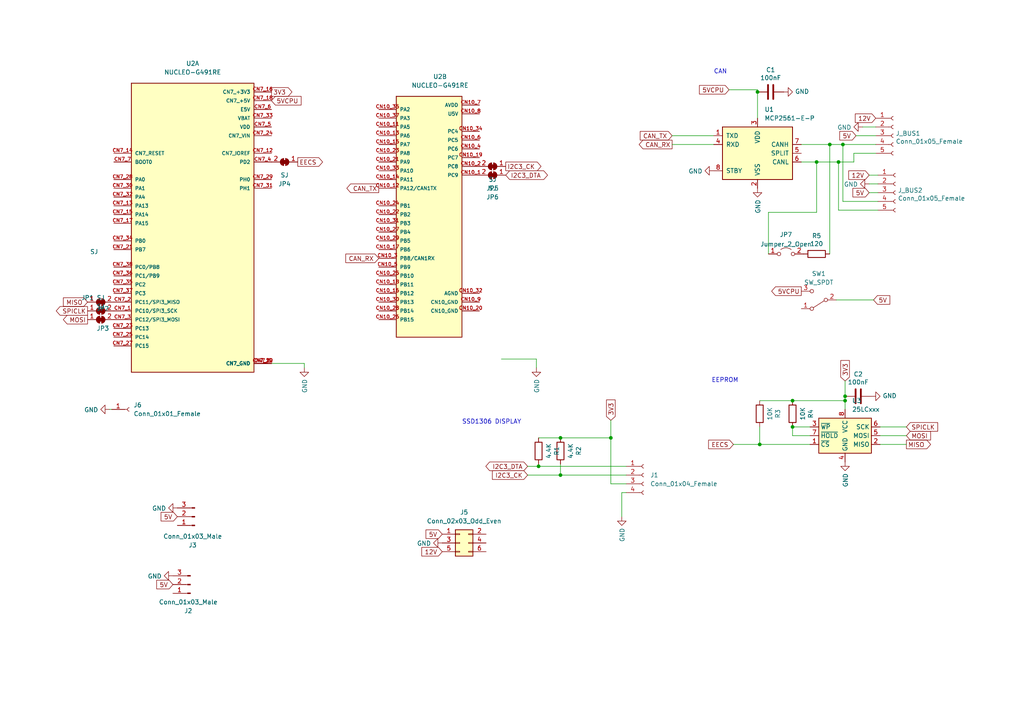
<source format=kicad_sch>
(kicad_sch (version 20211123) (generator eeschema)
  (paper "A4")
  (lib_symbols
    (symbol "Connector:Conn_01x01_Female" (pin_names (offset 1.016) hide)
      (property "Reference" "J" (at 0 2.54 0))
      (property "Value" "Conn_01x01_Female" (at 0 -2.54 0))
      (symbol "Conn_01x01_Female_1_1"
        (polyline (pts (xy -1.27 0) (xy -0.508 0)) (stroke (width 0.1524)))
        (arc (start 0 0.508) (mid -0.508 0) (end 0 -0.508) (stroke (width 0.1524)))
        (pin passive line (at -5.08 0 0) (length 3.81) (name "Pin_1") (number "1"))
      )
    )
    (symbol "Connector:Conn_01x03_Male" (pin_names (offset 1.016) hide)
      (property "Reference" "J" (at 0 5.08 0))
      (property "Value" "Conn_01x03_Male" (at 0 -5.08 0))
      (symbol "Conn_01x03_Male_1_1"
        (polyline (pts (xy 1.27 -2.54) (xy 0.8636 -2.54)) (stroke (width 0.1524)))
        (polyline (pts (xy 1.27 0) (xy 0.8636 0)) (stroke (width 0.1524)))
        (polyline (pts (xy 1.27 2.54) (xy 0.8636 2.54)) (stroke (width 0.1524)))
        (rectangle (start 0.8636 -2.413) (end 0 -2.667) (stroke (width 0.1524)) (fill (type outline)))
        (rectangle (start 0.8636 0.127) (end 0 -0.127) (stroke (width 0.1524)) (fill (type outline)))
        (rectangle (start 0.8636 2.667) (end 0 2.413) (stroke (width 0.1524)) (fill (type outline)))
        (pin passive line (at 5.08 2.54 180) (length 3.81) (name "Pin_1") (number "1"))
        (pin passive line (at 5.08 0 180) (length 3.81) (name "Pin_2") (number "2"))
        (pin passive line (at 5.08 -2.54 180) (length 3.81) (name "Pin_3") (number "3"))
      )
    )
    (symbol "Connector:Conn_01x04_Female" (pin_names (offset 1.016) hide)
      (property "Reference" "J" (at 0 5.08 0))
      (property "Value" "Conn_01x04_Female" (at 0 -7.62 0))
      (symbol "Conn_01x04_Female_1_1"
        (arc (start 0 -4.572) (mid -0.508 -5.08) (end 0 -5.588) (stroke (width 0.1524)))
        (arc (start 0 -2.032) (mid -0.508 -2.54) (end 0 -3.048) (stroke (width 0.1524)))
        (polyline (pts (xy -1.27 -5.08) (xy -0.508 -5.08)) (stroke (width 0.1524)))
        (polyline (pts (xy -1.27 -2.54) (xy -0.508 -2.54)) (stroke (width 0.1524)))
        (polyline (pts (xy -1.27 0) (xy -0.508 0)) (stroke (width 0.1524)))
        (polyline (pts (xy -1.27 2.54) (xy -0.508 2.54)) (stroke (width 0.1524)))
        (arc (start 0 0.508) (mid -0.508 0) (end 0 -0.508) (stroke (width 0.1524)))
        (arc (start 0 3.048) (mid -0.508 2.54) (end 0 2.032) (stroke (width 0.1524)))
        (pin passive line (at -5.08 2.54 0) (length 3.81) (name "Pin_1") (number "1"))
        (pin passive line (at -5.08 0 0) (length 3.81) (name "Pin_2") (number "2"))
        (pin passive line (at -5.08 -2.54 0) (length 3.81) (name "Pin_3") (number "3"))
        (pin passive line (at -5.08 -5.08 0) (length 3.81) (name "Pin_4") (number "4"))
      )
    )
    (symbol "Connector:Conn_01x05_Female" (pin_names (offset 1.016) hide)
      (property "Reference" "J" (at 0 7.62 0))
      (property "Value" "Conn_01x05_Female" (at 0 -7.62 0))
      (symbol "Conn_01x05_Female_1_1"
        (arc (start 0 -4.572) (mid -0.508 -5.08) (end 0 -5.588) (stroke (width 0.1524)))
        (arc (start 0 -2.032) (mid -0.508 -2.54) (end 0 -3.048) (stroke (width 0.1524)))
        (polyline (pts (xy -1.27 -5.08) (xy -0.508 -5.08)) (stroke (width 0.1524)))
        (polyline (pts (xy -1.27 -2.54) (xy -0.508 -2.54)) (stroke (width 0.1524)))
        (polyline (pts (xy -1.27 0) (xy -0.508 0)) (stroke (width 0.1524)))
        (polyline (pts (xy -1.27 2.54) (xy -0.508 2.54)) (stroke (width 0.1524)))
        (polyline (pts (xy -1.27 5.08) (xy -0.508 5.08)) (stroke (width 0.1524)))
        (arc (start 0 0.508) (mid -0.508 0) (end 0 -0.508) (stroke (width 0.1524)))
        (arc (start 0 3.048) (mid -0.508 2.54) (end 0 2.032) (stroke (width 0.1524)))
        (arc (start 0 5.588) (mid -0.508 5.08) (end 0 4.572) (stroke (width 0.1524)))
        (pin passive line (at -5.08 5.08 0) (length 3.81) (name "Pin_1") (number "1"))
        (pin passive line (at -5.08 2.54 0) (length 3.81) (name "Pin_2") (number "2"))
        (pin passive line (at -5.08 0 0) (length 3.81) (name "Pin_3") (number "3"))
        (pin passive line (at -5.08 -2.54 0) (length 3.81) (name "Pin_4") (number "4"))
        (pin passive line (at -5.08 -5.08 0) (length 3.81) (name "Pin_5") (number "5"))
      )
    )
    (symbol "Connector_Generic:Conn_02x03_Odd_Even" (pin_names (offset 1.016) hide)
      (property "Reference" "J" (at 1.27 5.08 0))
      (property "Value" "Conn_02x03_Odd_Even" (at 1.27 -5.08 0))
      (symbol "Conn_02x03_Odd_Even_1_1"
        (rectangle (start -1.27 -2.413) (end 0 -2.667) (stroke (width 0.1524)))
        (rectangle (start -1.27 0.127) (end 0 -0.127) (stroke (width 0.1524)))
        (rectangle (start -1.27 2.667) (end 0 2.413) (stroke (width 0.1524)))
        (rectangle (start -1.27 3.81) (end 3.81 -3.81) (stroke (width 0.254)) (fill (type background)))
        (rectangle (start 3.81 -2.413) (end 2.54 -2.667) (stroke (width 0.1524)))
        (rectangle (start 3.81 0.127) (end 2.54 -0.127) (stroke (width 0.1524)))
        (rectangle (start 3.81 2.667) (end 2.54 2.413) (stroke (width 0.1524)))
        (pin passive line (at -5.08 2.54 0) (length 3.81) (name "Pin_1") (number "1"))
        (pin passive line (at 7.62 2.54 180) (length 3.81) (name "Pin_2") (number "2"))
        (pin passive line (at -5.08 0 0) (length 3.81) (name "Pin_3") (number "3"))
        (pin passive line (at 7.62 0 180) (length 3.81) (name "Pin_4") (number "4"))
        (pin passive line (at -5.08 -2.54 0) (length 3.81) (name "Pin_5") (number "5"))
        (pin passive line (at 7.62 -2.54 180) (length 3.81) (name "Pin_6") (number "6"))
      )
    )
    (symbol "Device:C" (pin_numbers hide) (pin_names (offset 0.254))
      (property "Reference" "C" (at 0.635 2.54 0))
      (property "Value" "C" (at 0.635 -2.54 0))
      (symbol "C_0_1"
        (polyline (pts (xy -2.032 -0.762) (xy 2.032 -0.762)) (stroke (width 0.508)))
        (polyline (pts (xy -2.032 0.762) (xy 2.032 0.762)) (stroke (width 0.508)))
      )
      (symbol "C_1_1"
        (pin passive line (at 0 3.81 270) (length 2.794) (name "~") (number "1"))
        (pin passive line (at 0 -3.81 90) (length 2.794) (name "~") (number "2"))
      )
    )
    (symbol "Device:R" (pin_numbers hide) (pin_names (offset 0))
      (property "Reference" "R" (at 2.032 0 90))
      (property "Value" "R" (at 0 0 90))
      (symbol "R_0_1"
        (rectangle (start -1.016 -2.54) (end 1.016 2.54) (stroke (width 0.254)))
      )
      (symbol "R_1_1"
        (pin passive line (at 0 3.81 270) (length 1.27) (name "~") (number "1"))
        (pin passive line (at 0 -3.81 90) (length 1.27) (name "~") (number "2"))
      )
    )
    (symbol "Interface_CAN_LIN:MCP2561-E-P" (pin_names (offset 1.016))
      (property "Reference" "U" (at -10.16 8.89 0))
      (property "Value" "MCP2561-E-P" (at 2.54 8.89 0))
      (symbol "MCP2561-E-P_0_1"
        (rectangle (start -10.16 7.62) (end 10.16 -7.62) (stroke (width 0.254)) (fill (type background)))
      )
      (symbol "MCP2561-E-P_1_1"
        (pin input line (at -12.7 5.08 0) (length 2.54) (name "TXD") (number "1"))
        (pin power_in line (at 0 -10.16 90) (length 2.54) (name "VSS") (number "2"))
        (pin power_in line (at 0 10.16 270) (length 2.54) (name "VDD") (number "3"))
        (pin output line (at -12.7 2.54 0) (length 2.54) (name "RXD") (number "4"))
        (pin passive line (at 12.7 0 180) (length 2.54) (name "SPLIT") (number "5"))
        (pin bidirectional line (at 12.7 -2.54 180) (length 2.54) (name "CANL") (number "6"))
        (pin bidirectional line (at 12.7 2.54 180) (length 2.54) (name "CANH") (number "7"))
        (pin input line (at -12.7 -5.08 0) (length 2.54) (name "STBY") (number "8"))
      )
    )
    (symbol "Jumper:Jumper_2_Open" (pin_names (offset 0) hide)
      (property "Reference" "JP" (at 0 2.794 0))
      (property "Value" "Jumper_2_Open" (at 0 -2.286 0))
      (symbol "Jumper_2_Open_0_0"
        (circle (center -2.032 0) (radius 0.508))
        (circle (center 2.032 0) (radius 0.508))
      )
      (symbol "Jumper_2_Open_0_1"
        (arc (start 1.524 1.27) (mid 0 1.778) (end -1.524 1.27))
      )
      (symbol "Jumper_2_Open_1_1"
        (pin passive line (at -5.08 0 0) (length 2.54) (name "A") (number "1"))
        (pin passive line (at 5.08 0 180) (length 2.54) (name "B") (number "2"))
      )
    )
    (symbol "Jumper:SolderJumper_2_Bridged" (pin_names (offset 0) hide)
      (property "Reference" "JP" (at 0 2.032 0))
      (property "Value" "SolderJumper_2_Bridged" (at 0 -2.54 0))
      (symbol "SolderJumper_2_Bridged_0_1"
        (rectangle (start -0.508 0.508) (end 0.508 -0.508) (fill (type outline)))
        (arc (start -0.254 1.016) (mid -1.27 0) (end -0.254 -1.016))
        (arc (start -0.254 1.016) (mid -1.27 0) (end -0.254 -1.016) (fill (type outline)))
        (polyline (pts (xy -0.254 1.016) (xy -0.254 -1.016)))
        (polyline (pts (xy 0.254 1.016) (xy 0.254 -1.016)))
        (arc (start 0.254 -1.016) (mid 1.27 0) (end 0.254 1.016))
        (arc (start 0.254 -1.016) (mid 1.27 0) (end 0.254 1.016) (fill (type outline)))
      )
      (symbol "SolderJumper_2_Bridged_1_1"
        (pin passive line (at -3.81 0 0) (length 2.54) (name "A") (number "1"))
        (pin passive line (at 3.81 0 180) (length 2.54) (name "B") (number "2"))
      )
    )
    (symbol "Memory_EEPROM:25LCxxx"
      (property "Reference" "U" (at -7.62 6.35 0))
      (property "Value" "25LCxxx" (at 2.54 -6.35 0))
      (symbol "25LCxxx_1_1"
        (rectangle (start -7.62 5.08) (end 7.62 -5.08) (stroke (width 0.254)) (fill (type background)))
        (pin input line (at -10.16 -2.54 0) (length 2.54) (name "~{CS}") (number "1"))
        (pin tri_state line (at 10.16 -2.54 180) (length 2.54) (name "MISO") (number "2"))
        (pin input line (at -10.16 2.54 0) (length 2.54) (name "~{WP}") (number "3"))
        (pin power_in line (at 0 -7.62 90) (length 2.54) (name "GND") (number "4"))
        (pin input line (at 10.16 0 180) (length 2.54) (name "MOSI") (number "5"))
        (pin input line (at 10.16 2.54 180) (length 2.54) (name "SCK") (number "6"))
        (pin input line (at -10.16 0 0) (length 2.54) (name "~{HOLD}") (number "7"))
        (pin power_in line (at 0 7.62 270) (length 2.54) (name "VCC") (number "8"))
      )
    )
    (symbol "NUCLEO-G491RE_1" (pin_names (offset 1.016))
      (property "Reference" "U" (at -17.78 41.91 0))
      (property "Value" "NUCLEO-G491RE_1" (at -17.78 -44.45 0))
      (symbol "NUCLEO-G491RE_1_1_0"
        (rectangle (start -17.78 -43.18) (end 17.78 40.64) (stroke (width 0.254)) (fill (type background)))
        (pin bidirectional line (at -22.86 -25.4 0) (length 5.08) (name "PC10/SPI3_SCK") (number "CN7_1"))
        (pin bidirectional line (at 22.86 20.32 180) (length 5.08) (name "CN7_IOREF") (number "CN7_12"))
        (pin bidirectional line (at -22.86 5.08 0) (length 5.08) (name "PA13") (number "CN7_13"))
        (pin bidirectional line (at -22.86 20.32 0) (length 5.08) (name "CN7_RESET") (number "CN7_14"))
        (pin bidirectional line (at -22.86 2.54 0) (length 5.08) (name "PA14") (number "CN7_15"))
        (pin power_in line (at 22.86 38.1 180) (length 5.08) (name "CN7_+3V3") (number "CN7_16"))
        (pin bidirectional line (at -22.86 0 0) (length 5.08) (name "PA15") (number "CN7_17"))
        (pin power_in line (at 22.86 35.56 180) (length 5.08) (name "CN7_+5V") (number "CN7_18"))
        (pin power_in line (at 22.86 -40.64 180) (length 5.08) (name "CN7_GND") (number "CN7_19"))
        (pin bidirectional line (at -22.86 -22.86 0) (length 5.08) (name "PC11/SPI3_MISO") (number "CN7_2"))
        (pin power_in line (at 22.86 -40.64 180) (length 5.08) (name "CN7_GND") (number "CN7_20"))
        (pin bidirectional line (at -22.86 -7.62 0) (length 5.08) (name "PB7") (number "CN7_21"))
        (pin power_in line (at 22.86 -40.64 180) (length 5.08) (name "CN7_GND") (number "CN7_22"))
        (pin bidirectional line (at -22.86 -30.48 0) (length 5.08) (name "PC13") (number "CN7_23"))
        (pin power_in line (at 22.86 25.4 180) (length 5.08) (name "CN7_VIN") (number "CN7_24"))
        (pin bidirectional line (at -22.86 -33.02 0) (length 5.08) (name "PC14") (number "CN7_25"))
        (pin bidirectional line (at -22.86 -35.56 0) (length 5.08) (name "PC15") (number "CN7_27"))
        (pin bidirectional line (at -22.86 12.7 0) (length 5.08) (name "PA0") (number "CN7_28"))
        (pin bidirectional line (at 22.86 12.7 180) (length 5.08) (name "PH0") (number "CN7_29"))
        (pin bidirectional line (at -22.86 -27.94 0) (length 5.08) (name "PC12/SPI3_MOSI") (number "CN7_3"))
        (pin bidirectional line (at -22.86 10.16 0) (length 5.08) (name "PA1") (number "CN7_30"))
        (pin bidirectional line (at 22.86 10.16 180) (length 5.08) (name "PH1") (number "CN7_31"))
        (pin bidirectional line (at -22.86 7.62 0) (length 5.08) (name "PA4") (number "CN7_32"))
        (pin power_in line (at 22.86 30.48 180) (length 5.08) (name "VBAT") (number "CN7_33"))
        (pin bidirectional line (at -22.86 -5.08 0) (length 5.08) (name "PB0") (number "CN7_34"))
        (pin bidirectional line (at -22.86 -17.78 0) (length 5.08) (name "PC2") (number "CN7_35"))
        (pin bidirectional line (at -22.86 -15.24 0) (length 5.08) (name "PC1/PB9") (number "CN7_36"))
        (pin bidirectional line (at -22.86 -20.32 0) (length 5.08) (name "PC3") (number "CN7_37"))
        (pin bidirectional line (at -22.86 -12.7 0) (length 5.08) (name "PC0/PB8") (number "CN7_38"))
        (pin bidirectional line (at 22.86 17.78 180) (length 5.08) (name "PD2") (number "CN7_4"))
        (pin power_in line (at 22.86 27.94 180) (length 5.08) (name "VDD") (number "CN7_5"))
        (pin power_in line (at 22.86 33.02 180) (length 5.08) (name "E5V") (number "CN7_6"))
        (pin bidirectional line (at -22.86 17.78 0) (length 5.08) (name "BOOT0") (number "CN7_7"))
        (pin power_in line (at 22.86 -40.64 180) (length 5.08) (name "CN7_GND") (number "CN7_8"))
      )
      (symbol "NUCLEO-G491RE_1_2_0"
        (rectangle (start -12.7 -40.64) (end 12.7 38.1) (stroke (width 0.254)) (fill (type background)))
        (pin bidirectional line (at 17.78 15.24 180) (length 5.08) (name "PC9") (number "CN10_1"))
        (pin bidirectional line (at -17.78 22.86 0) (length 5.08) (name "PA5") (number "CN10_11"))
        (pin bidirectional line (at -17.78 5.08 0) (length 5.08) (name "PA12/CAN1TX") (number "CN10_12"))
        (pin bidirectional line (at -17.78 20.32 0) (length 5.08) (name "PA6") (number "CN10_13"))
        (pin bidirectional line (at -17.78 7.62 0) (length 5.08) (name "PA11") (number "CN10_14"))
        (pin bidirectional line (at -17.78 17.78 0) (length 5.08) (name "PA7") (number "CN10_15"))
        (pin bidirectional line (at -17.78 -22.86 0) (length 5.08) (name "PB12") (number "CN10_16"))
        (pin bidirectional line (at -17.78 -12.7 0) (length 5.08) (name "PB6") (number "CN10_17"))
        (pin bidirectional line (at 17.78 20.32 180) (length 5.08) (name "PC7") (number "CN10_19"))
        (pin bidirectional line (at 17.78 17.78 180) (length 5.08) (name "PC8") (number "CN10_2"))
        (pin power_in line (at 17.78 -38.1 180) (length 5.08) (name "CN10_GND") (number "CN10_20"))
        (pin bidirectional line (at -17.78 12.7 0) (length 5.08) (name "PA9") (number "CN10_21"))
        (pin bidirectional line (at -17.78 -2.54 0) (length 5.08) (name "PB2") (number "CN10_22"))
        (pin bidirectional line (at -17.78 15.24 0) (length 5.08) (name "PA8") (number "CN10_23"))
        (pin bidirectional line (at -17.78 0 0) (length 5.08) (name "PB1") (number "CN10_24"))
        (pin bidirectional line (at -17.78 -20.32 0) (length 5.08) (name "PB10") (number "CN10_25"))
        (pin bidirectional line (at -17.78 -30.48 0) (length 5.08) (name "PB15") (number "CN10_26"))
        (pin bidirectional line (at -17.78 -7.62 0) (length 5.08) (name "PB4") (number "CN10_27"))
        (pin bidirectional line (at -17.78 -27.94 0) (length 5.08) (name "PB14") (number "CN10_28"))
        (pin bidirectional line (at -17.78 -10.16 0) (length 5.08) (name "PB5") (number "CN10_29"))
        (pin bidirectional line (at -17.78 -15.24 0) (length 5.08) (name "PB8/CAN1RX") (number "CN10_3"))
        (pin bidirectional line (at -17.78 -25.4 0) (length 5.08) (name "PB13") (number "CN10_30"))
        (pin bidirectional line (at -17.78 -5.08 0) (length 5.08) (name "PB3") (number "CN10_31"))
        (pin power_in line (at 17.78 -35.56 180) (length 5.08) (name "AGND") (number "CN10_32"))
        (pin bidirectional line (at -17.78 10.16 0) (length 5.08) (name "PA10") (number "CN10_33"))
        (pin bidirectional line (at 17.78 27.94 180) (length 5.08) (name "PC4") (number "CN10_34"))
        (pin bidirectional line (at -17.78 27.94 0) (length 5.08) (name "PA2") (number "CN10_35"))
        (pin bidirectional line (at -17.78 25.4 0) (length 5.08) (name "PA3") (number "CN10_37"))
        (pin bidirectional line (at 17.78 22.86 180) (length 5.08) (name "PC6") (number "CN10_4"))
        (pin bidirectional line (at -17.78 -17.78 0) (length 5.08) (name "PB9") (number "CN10_5"))
        (pin bidirectional line (at 17.78 25.4 180) (length 5.08) (name "PC5") (number "CN10_6"))
        (pin power_in line (at 17.78 35.56 180) (length 5.08) (name "AVDD") (number "CN10_7"))
        (pin power_in line (at 17.78 33.02 180) (length 5.08) (name "U5V") (number "CN10_8"))
        (pin power_in line (at 17.78 -38.1 180) (length 5.08) (name "CN10_GND") (number "CN10_9"))
      )
      (symbol "NUCLEO-G491RE_1_3_0"
        (rectangle (start -15.24 -12.7) (end 15.24 10.16) (stroke (width 0.254)) (fill (type background)))
        (pin bidirectional line (at -20.32 -5.08 0) (length 5.08) (name "CN6_IOREF") (number "CN6_2"))
        (pin bidirectional line (at -20.32 -2.54 0) (length 5.08) (name "CN6_RESET") (number "CN6_3"))
        (pin power_in line (at 20.32 2.54 180) (length 5.08) (name "CN6_+3V3") (number "CN6_4"))
        (pin power_in line (at 20.32 5.08 180) (length 5.08) (name "CN6_+5V") (number "CN6_5"))
        (pin power_in line (at 20.32 -10.16 180) (length 5.08) (name "CN6_GND") (number "CN6_6"))
        (pin power_in line (at 20.32 -10.16 180) (length 5.08) (name "CN6_GND") (number "CN6_7"))
        (pin power_in line (at 20.32 7.62 180) (length 5.08) (name "CN6_VIN") (number "CN6_8"))
      )
      (symbol "NUCLEO-G491RE_1_4_0"
        (rectangle (start -5.08 -12.7) (end 5.08 12.7) (stroke (width 0.254)) (fill (type background)))
        (pin input line (at -10.16 10.16 0) (length 5.08) (name "D0") (number "CN9_1"))
        (pin output line (at -10.16 7.62 0) (length 5.08) (name "D1") (number "CN9_2"))
        (pin bidirectional line (at -10.16 2.54 0) (length 5.08) (name "D2") (number "CN9_3"))
        (pin bidirectional line (at -10.16 0 0) (length 5.08) (name "D3") (number "CN9_4"))
        (pin bidirectional line (at -10.16 -2.54 0) (length 5.08) (name "D4") (number "CN9_5"))
        (pin bidirectional line (at -10.16 -5.08 0) (length 5.08) (name "D5") (number "CN9_6"))
        (pin bidirectional line (at -10.16 -7.62 0) (length 5.08) (name "D6") (number "CN9_7"))
        (pin bidirectional line (at -10.16 -10.16 0) (length 5.08) (name "D7") (number "CN9_8"))
      )
      (symbol "NUCLEO-G491RE_1_5_0"
        (rectangle (start -5.08 -10.16) (end 5.08 7.62) (stroke (width 0.254)) (fill (type background)))
        (pin input line (at -10.16 5.08 0) (length 5.08) (name "A0") (number "CN8_1"))
        (pin input line (at -10.16 2.54 0) (length 5.08) (name "A1") (number "CN8_2"))
        (pin input line (at -10.16 0 0) (length 5.08) (name "A2") (number "CN8_3"))
        (pin input line (at -10.16 -2.54 0) (length 5.08) (name "A3") (number "CN8_4"))
        (pin input line (at -10.16 -5.08 0) (length 5.08) (name "A4") (number "CN8_5"))
        (pin input line (at -10.16 -7.62 0) (length 5.08) (name "A5") (number "CN8_6"))
      )
      (symbol "NUCLEO-G491RE_1_6_0"
        (rectangle (start -10.16 -17.78) (end 10.16 15.24) (stroke (width 0.254)) (fill (type background)))
        (pin bidirectional line (at -15.24 7.62 0) (length 5.08) (name "D8") (number "CN5_1"))
        (pin bidirectional clock (at -15.24 -10.16 0) (length 5.08) (name "D15") (number "CN5_10"))
        (pin bidirectional line (at -15.24 5.08 0) (length 5.08) (name "D9") (number "CN5_2"))
        (pin bidirectional line (at -15.24 2.54 0) (length 5.08) (name "D10") (number "CN5_3"))
        (pin bidirectional line (at -15.24 0 0) (length 5.08) (name "D11") (number "CN5_4"))
        (pin bidirectional line (at -15.24 -2.54 0) (length 5.08) (name "D12") (number "CN5_5"))
        (pin bidirectional clock (at -15.24 -5.08 0) (length 5.08) (name "D13") (number "CN5_6"))
        (pin power_in line (at 15.24 -15.24 180) (length 5.08) (name "CN5_GND") (number "CN5_7"))
        (pin power_in line (at 15.24 12.7 180) (length 5.08) (name "AREF") (number "CN5_8"))
        (pin bidirectional line (at -15.24 -7.62 0) (length 5.08) (name "D14") (number "CN5_9"))
      )
    )
    (symbol "Switch:SW_SPDT" (pin_names (offset 0) hide)
      (property "Reference" "SW" (at 0 4.318 0))
      (property "Value" "SW_SPDT" (at 0 -5.08 0))
      (symbol "SW_SPDT_0_0"
        (circle (center -2.032 0) (radius 0.508))
        (circle (center 2.032 -2.54) (radius 0.508))
      )
      (symbol "SW_SPDT_0_1"
        (polyline (pts (xy -1.524 0.254) (xy 1.651 2.286)))
        (circle (center 2.032 2.54) (radius 0.508))
      )
      (symbol "SW_SPDT_1_1"
        (pin passive line (at 5.08 2.54 180) (length 2.54) (name "A") (number "1"))
        (pin passive line (at -5.08 0 0) (length 2.54) (name "B") (number "2"))
        (pin passive line (at 5.08 -2.54 180) (length 2.54) (name "C") (number "3"))
      )
    )
    (symbol "nucleo64:NUCLEO-G491RE" (pin_names (offset 1.016))
      (property "Reference" "U" (at -5.08 40.64 0))
      (property "Value" "NUCLEO-G491RE" (at -5.08 -26.67 90))
      (symbol "NUCLEO-G491RE_1_0"
        (rectangle (start -17.78 40.64) (end 8.89 -26.67) (stroke (width 0.254)) (fill (type background)))
        (pin bidirectional line (at -22.86 -10.16 0) (length 5.08) (name "PC10/SPI3_SCK") (number "CN7_1"))
        (pin bidirectional line (at 13.97 19.05 180) (length 5.08) (name "CN7_IOREF") (number "CN7_12"))
        (pin bidirectional line (at -22.86 20.32 0) (length 5.08) (name "PA13") (number "CN7_13"))
        (pin bidirectional line (at -22.86 35.56 0) (length 5.08) (name "CN7_RESET") (number "CN7_14"))
        (pin bidirectional line (at -22.86 17.78 0) (length 5.08) (name "PA14") (number "CN7_15"))
        (pin power_in line (at 13.97 36.83 180) (length 5.08) (name "CN7_+3V3") (number "CN7_16"))
        (pin bidirectional line (at -22.86 15.24 0) (length 5.08) (name "PA15") (number "CN7_17"))
        (pin power_in line (at 13.97 34.29 180) (length 5.08) (name "CN7_+5V") (number "CN7_18"))
        (pin power_in line (at 13.97 -11.43 180) (length 5.08) (name "CN7_GND") (number "CN7_19"))
        (pin bidirectional line (at -22.86 -7.62 0) (length 5.08) (name "PC11/SPI3_MISO") (number "CN7_2"))
        (pin power_in line (at 13.97 -13.97 180) (length 5.08) (name "CN7_GND") (number "CN7_20"))
        (pin bidirectional line (at -22.86 7.62 0) (length 5.08) (name "PB7") (number "CN7_21"))
        (pin power_in line (at 13.97 -16.51 180) (length 5.08) (name "CN7_GND") (number "CN7_22"))
        (pin bidirectional line (at -22.86 -15.24 0) (length 5.08) (name "PC13") (number "CN7_23"))
        (pin power_in line (at 13.97 24.13 180) (length 5.08) (name "CN7_VIN") (number "CN7_24"))
        (pin bidirectional line (at -22.86 -17.78 0) (length 5.08) (name "PC14") (number "CN7_25"))
        (pin bidirectional line (at -22.86 -20.32 0) (length 5.08) (name "PC15") (number "CN7_27"))
        (pin bidirectional line (at -22.86 27.94 0) (length 5.08) (name "PA0") (number "CN7_28"))
        (pin bidirectional line (at 13.97 11.43 180) (length 5.08) (name "PH0") (number "CN7_29"))
        (pin bidirectional line (at -22.86 -12.7 0) (length 5.08) (name "PC12/SPI3_MOSI") (number "CN7_3"))
        (pin bidirectional line (at -22.86 25.4 0) (length 5.08) (name "PA1") (number "CN7_30"))
        (pin bidirectional line (at 13.97 8.89 180) (length 5.08) (name "PH1") (number "CN7_31"))
        (pin bidirectional line (at -22.86 22.86 0) (length 5.08) (name "PA4") (number "CN7_32"))
        (pin power_in line (at 13.97 29.21 180) (length 5.08) (name "VBAT") (number "CN7_33"))
        (pin bidirectional line (at -22.86 10.16 0) (length 5.08) (name "PB0") (number "CN7_34"))
        (pin bidirectional line (at -22.86 -2.54 0) (length 5.08) (name "PC2") (number "CN7_35"))
        (pin bidirectional line (at -22.86 0 0) (length 5.08) (name "PC1/PB9") (number "CN7_36"))
        (pin bidirectional line (at -22.86 -5.08 0) (length 5.08) (name "PC3") (number "CN7_37"))
        (pin bidirectional line (at -22.86 2.54 0) (length 5.08) (name "PC0/PB8") (number "CN7_38"))
        (pin bidirectional line (at 13.97 16.51 180) (length 5.08) (name "PD2") (number "CN7_4"))
        (pin power_in line (at 13.97 26.67 180) (length 5.08) (name "VDD") (number "CN7_5"))
        (pin power_in line (at 13.97 31.75 180) (length 5.08) (name "E5V") (number "CN7_6"))
        (pin bidirectional line (at -22.86 33.02 0) (length 5.08) (name "BOOT0") (number "CN7_7"))
        (pin power_in line (at 13.97 -19.05 180) (length 5.08) (name "CN7_GND") (number "CN7_8"))
      )
      (symbol "NUCLEO-G491RE_2_0"
        (rectangle (start -12.7 38.1) (end 6.35 -31.75) (stroke (width 0.254)) (fill (type background)))
        (pin bidirectional line (at 11.43 15.24 180) (length 5.08) (name "PC9") (number "CN10_1"))
        (pin bidirectional line (at -17.78 29.21 0) (length 5.08) (name "PA5") (number "CN10_11"))
        (pin bidirectional line (at -17.78 11.43 0) (length 5.08) (name "PA12/CAN1TX") (number "CN10_12"))
        (pin bidirectional line (at -17.78 26.67 0) (length 5.08) (name "PA6") (number "CN10_13"))
        (pin bidirectional line (at -17.78 13.97 0) (length 5.08) (name "PA11") (number "CN10_14"))
        (pin bidirectional line (at -17.78 24.13 0) (length 5.08) (name "PA7") (number "CN10_15"))
        (pin bidirectional line (at -17.78 -19.05 0) (length 5.08) (name "PB12") (number "CN10_16"))
        (pin bidirectional line (at -17.78 -6.35 0) (length 5.08) (name "PB6") (number "CN10_17"))
        (pin bidirectional line (at -17.78 -16.51 0) (length 5.08) (name "PB11") (number "CN10_18"))
        (pin bidirectional line (at 11.43 20.32 180) (length 5.08) (name "PC7") (number "CN10_19"))
        (pin bidirectional line (at 11.43 17.78 180) (length 5.08) (name "PC8") (number "CN10_2"))
        (pin power_in line (at 11.43 -24.13 180) (length 5.08) (name "CN10_GND") (number "CN10_20"))
        (pin bidirectional line (at -17.78 19.05 0) (length 5.08) (name "PA9") (number "CN10_21"))
        (pin bidirectional line (at -17.78 3.81 0) (length 5.08) (name "PB2") (number "CN10_22"))
        (pin bidirectional line (at -17.78 21.59 0) (length 5.08) (name "PA8") (number "CN10_23"))
        (pin bidirectional line (at -17.78 6.35 0) (length 5.08) (name "PB1") (number "CN10_24"))
        (pin bidirectional line (at -17.78 -13.97 0) (length 5.08) (name "PB10") (number "CN10_25"))
        (pin bidirectional line (at -17.78 -26.67 0) (length 5.08) (name "PB15") (number "CN10_26"))
        (pin bidirectional line (at -17.78 -1.27 0) (length 5.08) (name "PB4") (number "CN10_27"))
        (pin bidirectional line (at -17.78 -24.13 0) (length 5.08) (name "PB14") (number "CN10_28"))
        (pin bidirectional line (at -17.78 -3.81 0) (length 5.08) (name "PB5") (number "CN10_29"))
        (pin bidirectional line (at -17.78 -8.89 0) (length 5.08) (name "PB8/CAN1RX") (number "CN10_3"))
        (pin bidirectional line (at -17.78 -21.59 0) (length 5.08) (name "PB13") (number "CN10_30"))
        (pin bidirectional line (at -17.78 1.27 0) (length 5.08) (name "PB3") (number "CN10_31"))
        (pin power_in line (at 11.43 -19.05 180) (length 5.08) (name "AGND") (number "CN10_32"))
        (pin bidirectional line (at -17.78 16.51 0) (length 5.08) (name "PA10") (number "CN10_33"))
        (pin bidirectional line (at 11.43 27.94 180) (length 5.08) (name "PC4") (number "CN10_34"))
        (pin bidirectional line (at -17.78 34.29 0) (length 5.08) (name "PA2") (number "CN10_35"))
        (pin bidirectional line (at -17.78 31.75 0) (length 5.08) (name "PA3") (number "CN10_37"))
        (pin bidirectional line (at 11.43 22.86 180) (length 5.08) (name "PC6") (number "CN10_4"))
        (pin bidirectional line (at -17.78 -11.43 0) (length 5.08) (name "PB9") (number "CN10_5"))
        (pin bidirectional line (at 11.43 25.4 180) (length 5.08) (name "PC5") (number "CN10_6"))
        (pin power_in line (at 11.43 35.56 180) (length 5.08) (name "AVDD") (number "CN10_7"))
        (pin power_in line (at 11.43 33.02 180) (length 5.08) (name "U5V") (number "CN10_8"))
        (pin power_in line (at 11.43 -21.59 180) (length 5.08) (name "CN10_GND") (number "CN10_9"))
      )
      (symbol "NUCLEO-G491RE_3_0"
        (rectangle (start -15.24 -12.7) (end 15.24 10.16) (stroke (width 0.254)) (fill (type background)))
        (pin bidirectional line (at -20.32 -5.08 0) (length 5.08) (name "CN6_IOREF") (number "CN6_2"))
        (pin bidirectional line (at -20.32 -2.54 0) (length 5.08) (name "CN6_RESET") (number "CN6_3"))
        (pin power_in line (at 20.32 2.54 180) (length 5.08) (name "CN6_+3V3") (number "CN6_4"))
        (pin power_in line (at 20.32 5.08 180) (length 5.08) (name "CN6_+5V") (number "CN6_5"))
        (pin power_in line (at 20.32 -10.16 180) (length 5.08) (name "CN6_GND") (number "CN6_6"))
        (pin power_in line (at 20.32 -10.16 180) (length 5.08) (name "CN6_GND") (number "CN6_7"))
        (pin power_in line (at 20.32 7.62 180) (length 5.08) (name "CN6_VIN") (number "CN6_8"))
      )
      (symbol "NUCLEO-G491RE_4_0"
        (rectangle (start -5.08 -12.7) (end 5.08 12.7) (stroke (width 0.254)) (fill (type background)))
        (pin input line (at -10.16 10.16 0) (length 5.08) (name "D0") (number "CN9_1"))
        (pin output line (at -10.16 7.62 0) (length 5.08) (name "D1") (number "CN9_2"))
        (pin bidirectional line (at -10.16 2.54 0) (length 5.08) (name "D2") (number "CN9_3"))
        (pin bidirectional line (at -10.16 0 0) (length 5.08) (name "D3") (number "CN9_4"))
        (pin bidirectional line (at -10.16 -2.54 0) (length 5.08) (name "D4") (number "CN9_5"))
        (pin bidirectional line (at -10.16 -5.08 0) (length 5.08) (name "D5") (number "CN9_6"))
        (pin bidirectional line (at -10.16 -7.62 0) (length 5.08) (name "D6") (number "CN9_7"))
        (pin bidirectional line (at -10.16 -10.16 0) (length 5.08) (name "D7") (number "CN9_8"))
      )
      (symbol "NUCLEO-G491RE_5_0"
        (rectangle (start -5.08 -10.16) (end 5.08 7.62) (stroke (width 0.254)) (fill (type background)))
        (pin input line (at -10.16 5.08 0) (length 5.08) (name "A0") (number "CN8_1"))
        (pin input line (at -10.16 2.54 0) (length 5.08) (name "A1") (number "CN8_2"))
        (pin input line (at -10.16 0 0) (length 5.08) (name "A2") (number "CN8_3"))
        (pin input line (at -10.16 -2.54 0) (length 5.08) (name "A3") (number "CN8_4"))
        (pin input line (at -10.16 -5.08 0) (length 5.08) (name "A4") (number "CN8_5"))
        (pin input line (at -10.16 -7.62 0) (length 5.08) (name "A5") (number "CN8_6"))
      )
      (symbol "NUCLEO-G491RE_6_0"
        (rectangle (start -10.16 -17.78) (end 10.16 15.24) (stroke (width 0.254)) (fill (type background)))
        (pin bidirectional line (at -15.24 7.62 0) (length 5.08) (name "D8") (number "CN5_1"))
        (pin bidirectional clock (at -15.24 -10.16 0) (length 5.08) (name "D15") (number "CN5_10"))
        (pin bidirectional line (at -15.24 5.08 0) (length 5.08) (name "D9") (number "CN5_2"))
        (pin bidirectional line (at -15.24 2.54 0) (length 5.08) (name "D10") (number "CN5_3"))
        (pin bidirectional line (at -15.24 0 0) (length 5.08) (name "D11") (number "CN5_4"))
        (pin bidirectional line (at -15.24 -2.54 0) (length 5.08) (name "D12") (number "CN5_5"))
        (pin bidirectional clock (at -15.24 -5.08 0) (length 5.08) (name "D13") (number "CN5_6"))
        (pin power_in line (at 15.24 -15.24 180) (length 5.08) (name "CN5_GND") (number "CN5_7"))
        (pin power_in line (at 15.24 12.7 180) (length 5.08) (name "AREF") (number "CN5_8"))
        (pin bidirectional line (at -15.24 -7.62 0) (length 5.08) (name "D14") (number "CN5_9"))
      )
    )
    (symbol "power:GND" (power) (pin_names (offset 0))
      (property "Value" "GND" (at 0 -3.81 0))
      (symbol "GND_0_1"
        (polyline (pts (xy 0 0) (xy 0 -1.27) (xy 1.27 -1.27) (xy 0 -2.54) (xy -1.27 -1.27) (xy 0 -1.27)))
      )
      (symbol "GND_1_1"
        (pin power_in line (at 0 0 270) (length 0) hide (name "GND") (number "1"))
      )
    )
  )
  (junction (at 219.71 26.67))
  (junction (at 240.665 41.91))
  (junction (at 177.165 127))
  (junction (at 229.87 123.825))
  (junction (at 162.56 127))
  (junction (at 162.56 137.795))
  (junction (at 229.87 116.205))
  (junction (at 156.21 135.255))
  (junction (at 244.475 41.91))
  (junction (at 243.205 46.99))
  (junction (at 245.11 114.935))
  (junction (at 245.11 116.205))
  (junction (at 220.345 128.905))
  (junction (at 236.855 46.99))
  (wire (pts (xy 245.11 110.49) (xy 245.11 114.935)))
  (wire (pts (xy 220.345 123.825) (xy 220.345 128.905)))
  (wire (pts (xy 247.65 44.45) (xy 247.65 46.99)))
  (wire (pts (xy 181.61 142.875) (xy 180.34 142.875)))
  (wire (pts (xy 222.885 61.595) (xy 236.855 61.595)))
  (wire (pts (xy 212.725 128.905) (xy 220.345 128.905)))
  (wire (pts (xy 181.61 140.335) (xy 177.165 140.335)))
  (wire (pts (xy 177.165 121.92) (xy 177.165 127)))
  (wire (pts (xy 153.035 135.255) (xy 156.21 135.255)))
  (wire (pts (xy 243.205 60.96) (xy 254.635 60.96)))
  (wire (pts (xy 88.265 105.41) (xy 88.265 106.68)))
  (wire (pts (xy 162.56 137.795) (xy 181.61 137.795)))
  (wire (pts (xy 156.21 134.62) (xy 156.21 135.255)))
  (wire (pts (xy 243.205 46.99) (xy 243.205 60.96)))
  (wire (pts (xy 240.665 41.91) (xy 244.475 41.91)))
  (wire (pts (xy 247.65 44.45) (xy 254 44.45)))
  (wire (pts (xy 245.11 116.205) (xy 245.11 118.745)))
  (wire (pts (xy 244.475 41.91) (xy 254 41.91)))
  (wire (pts (xy 153.035 137.795) (xy 162.56 137.795)))
  (wire (pts (xy 236.855 46.99) (xy 243.205 46.99)))
  (wire (pts (xy 194.945 41.91) (xy 207.01 41.91)))
  (wire (pts (xy 252.095 50.8) (xy 254.635 50.8)))
  (wire (pts (xy 229.87 123.825) (xy 229.87 126.365)))
  (wire (pts (xy 219.71 26.67) (xy 219.71 34.29)))
  (wire (pts (xy 240.665 41.91) (xy 240.665 73.66)))
  (wire (pts (xy 255.27 128.905) (xy 262.89 128.905)))
  (wire (pts (xy 252.095 55.88) (xy 254.635 55.88)))
  (wire (pts (xy 245.11 114.935) (xy 245.11 116.205)))
  (wire (pts (xy 250.19 36.83) (xy 254 36.83)))
  (wire (pts (xy 180.34 142.875) (xy 180.34 149.86)))
  (wire (pts (xy 78.74 105.41) (xy 88.265 105.41)))
  (wire (pts (xy 162.56 134.62) (xy 162.56 137.795)))
  (wire (pts (xy 220.345 128.905) (xy 234.95 128.905)))
  (wire (pts (xy 255.27 126.365) (xy 262.89 126.365)))
  (wire (pts (xy 145.415 104.14) (xy 155.575 104.14)))
  (wire (pts (xy 244.475 58.42) (xy 254.635 58.42)))
  (wire (pts (xy 244.475 41.91) (xy 244.475 58.42)))
  (wire (pts (xy 222.885 61.595) (xy 222.885 73.66)))
  (wire (pts (xy 243.205 46.99) (xy 247.65 46.99)))
  (wire (pts (xy 248.285 39.37) (xy 254 39.37)))
  (wire (pts (xy 31.75 118.745) (xy 32.385 118.745)))
  (wire (pts (xy 232.41 46.99) (xy 236.855 46.99)))
  (wire (pts (xy 220.345 116.205) (xy 229.87 116.205)))
  (wire (pts (xy 162.56 127) (xy 177.165 127)))
  (wire (pts (xy 255.27 123.825) (xy 262.89 123.825)))
  (wire (pts (xy 219.71 26.035) (xy 219.71 26.67)))
  (wire (pts (xy 177.165 127) (xy 177.165 140.335)))
  (wire (pts (xy 252.095 53.34) (xy 254.635 53.34)))
  (wire (pts (xy 232.41 41.91) (xy 240.665 41.91)))
  (wire (pts (xy 155.575 104.14) (xy 155.575 106.68)))
  (wire (pts (xy 229.87 123.825) (xy 234.95 123.825)))
  (wire (pts (xy 242.57 86.995) (xy 253.365 86.995)))
  (wire (pts (xy 156.21 135.255) (xy 181.61 135.255)))
  (wire (pts (xy 229.87 116.205) (xy 245.11 116.205)))
  (wire (pts (xy 211.455 26.035) (xy 219.71 26.035)))
  (wire (pts (xy 236.855 61.595) (xy 236.855 46.99)))
  (wire (pts (xy 156.21 127) (xy 162.56 127)))
  (wire (pts (xy 229.87 126.365) (xy 234.95 126.365)))
  (wire (pts (xy 194.945 39.37) (xy 207.01 39.37)))
  (text "EEPROM" (at 206.375 111.125 0) (effects (font (size 1.27 1.27)) (justify left bottom)))
  (text "CAN\n" (at 207.01 21.59 0) (effects (font (size 1.27 1.27)) (justify left bottom)))
  (text "SSD1306 DISPLAY\n" (at 133.985 123.19 0) (effects (font (size 1.27 1.27)) (justify left bottom)))
  (global_label "MOSI" (shape input) (at 262.89 126.365 0) (property "Intersheet References" "${INTERSHEET_REFS}" (effects hide)))
  (global_label "MOSI" (shape output) (at 25.4 92.71 180) (property "Intersheet References" "${INTERSHEET_REFS}" (effects hide)))
  (global_label "CAN_TX" (shape input) (at 194.945 39.37 180) (property "Intersheet References" "${INTERSHEET_REFS}" (effects hide)))
  (global_label "I2C3_CK" (shape output) (at 146.685 48.26 0) (property "Intersheet References" "${INTERSHEET_REFS}" (effects hide)))
  (global_label "MISO" (shape input) (at 25.4 87.63 180) (property "Intersheet References" "${INTERSHEET_REFS}" (effects hide)))
  (global_label "I2C3_CK" (shape input) (at 153.035 137.795 180) (property "Intersheet References" "${INTERSHEET_REFS}" (effects hide)))
  (global_label "12V" (shape input) (at 252.095 50.8 180) (property "Intersheet References" "${INTERSHEET_REFS}" (effects hide)))
  (global_label "5V" (shape input) (at 50.165 169.545 180) (property "Intersheet References" "${INTERSHEET_REFS}" (effects hide)))
  (global_label "CAN_TX" (shape output) (at 109.855 54.61 180) (property "Intersheet References" "${INTERSHEET_REFS}" (effects hide)))
  (global_label "12V" (shape input) (at 254 34.29 180) (property "Intersheet References" "${INTERSHEET_REFS}" (effects hide)))
  (global_label "I2C3_DTA" (shape bidirectional) (at 146.685 50.8 0) (property "Intersheet References" "${INTERSHEET_REFS}" (effects hide)))
  (global_label "CAN_RX" (shape input) (at 109.855 74.93 180) (property "Intersheet References" "${INTERSHEET_REFS}" (effects hide)))
  (global_label "EECS" (shape output) (at 86.36 46.99 0) (property "Intersheet References" "${INTERSHEET_REFS}" (effects hide)))
  (global_label "3V3" (shape input) (at 245.11 110.49 90) (property "Intersheet References" "${INTERSHEET_REFS}" (effects hide)))
  (global_label "5VCPU" (shape input) (at 211.455 26.035 180) (property "Intersheet References" "${INTERSHEET_REFS}" (effects hide)))
  (global_label "5V" (shape input) (at 128.27 154.94 180) (property "Intersheet References" "${INTERSHEET_REFS}" (effects hide)))
  (global_label "CAN_RX" (shape output) (at 194.945 41.91 180) (property "Intersheet References" "${INTERSHEET_REFS}" (effects hide)))
  (global_label "5VCPU" (shape output) (at 232.41 84.455 180) (property "Intersheet References" "${INTERSHEET_REFS}" (effects hide)))
  (global_label "SPICLK" (shape input) (at 262.89 123.825 0) (property "Intersheet References" "${INTERSHEET_REFS}" (effects hide)))
  (global_label "5V" (shape input) (at 252.095 55.88 180) (property "Intersheet References" "${INTERSHEET_REFS}" (effects hide)))
  (global_label "MISO" (shape output) (at 262.89 128.905 0) (property "Intersheet References" "${INTERSHEET_REFS}" (effects hide)))
  (global_label "3V3" (shape input) (at 177.165 121.92 90) (property "Intersheet References" "${INTERSHEET_REFS}" (effects hide)))
  (global_label "SPICLK" (shape output) (at 25.4 90.17 180) (property "Intersheet References" "${INTERSHEET_REFS}" (effects hide)))
  (global_label "5V" (shape input) (at 248.285 39.37 180) (property "Intersheet References" "${INTERSHEET_REFS}" (effects hide)))
  (global_label "5V" (shape input) (at 51.435 149.86 180) (property "Intersheet References" "${INTERSHEET_REFS}" (effects hide)))
  (global_label "I2C3_DTA" (shape bidirectional) (at 153.035 135.255 180) (property "Intersheet References" "${INTERSHEET_REFS}" (effects hide)))
  (global_label "5V" (shape input) (at 253.365 86.995 0) (property "Intersheet References" "${INTERSHEET_REFS}" (effects hide)))
  (global_label "12V" (shape input) (at 128.27 160.02 180) (property "Intersheet References" "${INTERSHEET_REFS}" (effects hide)))
  (global_label "5VCPU" (shape input) (at 78.74 29.21 0) (property "Intersheet References" "${INTERSHEET_REFS}" (effects hide)))
  (global_label "3V3" (shape output) (at 78.74 26.67 0) (property "Intersheet References" "${INTERSHEET_REFS}" (effects hide)))
  (global_label "EECS" (shape input) (at 212.725 128.905 180) (property "Intersheet References" "${INTERSHEET_REFS}" (effects hide)))
  (symbol (lib_id "Jumper:SolderJumper_2_Bridged") (at 142.875 50.8 180) (unit 1)
    (property "Reference" "JP6" (at 142.875 57.15 0))
    (property "Value" "SJ" (at 142.875 54.61 0))
    (property "Footprint" "Connector_PinHeader_2.54mm:PinHeader_1x02_P2.54mm_Vertical" (effects hide))
  )
  (symbol (lib_id "power:GND") (at 180.34 149.86 0) (unit 1)
    (property "Reference" "#PWR0109" (effects hide))
    (property "Value" "GND" (at 180.467 153.1112 90) (effects (justify right)))
  )
  (symbol (lib_id "Jumper:Jumper_2_Open") (at 227.965 73.66 0) (unit 1)
    (property "Reference" "JP7" (at 227.965 68.0425 0))
    (property "Value" "Jumper_2_Open" (at 227.965 70.8176 0))
    (property "Footprint" "Connector_PinHeader_2.54mm:PinHeader_1x02_P2.54mm_Vertical" (effects hide))
  )
  (symbol (lib_id "power:GND") (at 219.71 54.61 0) (unit 1)
    (property "Reference" "#PWR0108" (effects hide))
    (property "Value" "GND" (at 219.837 57.8612 90) (effects (justify right)))
  )
  (symbol (lib_id "power:GND") (at 227.33 26.67 90) (unit 1)
    (property "Reference" "#PWR0107" (effects hide))
    (property "Value" "GND" (at 230.5812 26.543 90) (effects (justify right)))
  )
  (symbol (lib_id "power:GND") (at 88.265 106.68 0) (unit 1)
    (property "Reference" "#PWR0104" (effects hide))
    (property "Value" "GND" (at 88.392 109.9312 90) (effects (justify right)))
  )
  (symbol (lib_id "Connector:Conn_01x01_Female") (at 37.465 118.745 0) (unit 1)
    (property "Reference" "J6" (at 38.735 117.4749 0) (effects (justify left)))
    (property "Value" "Conn_01x01_Female" (at 38.735 120.0149 0) (effects (justify left)))
    (property "Footprint" "Connector_PinHeader_2.54mm:PinHeader_1x01_P2.54mm_Vertical" (effects hide))
  )
  (symbol (lib_id "Jumper:SolderJumper_2_Bridged") (at 29.21 87.63 0) (unit 1)
    (property "Reference" "JP1" (at 25.4 86.36 0))
    (property "Value" "SJ" (at 27.305 73.025 0))
    (property "Footprint" "Connector_PinHeader_2.54mm:PinHeader_1x02_P2.54mm_Vertical" (effects hide))
  )
  (symbol (lib_id "Jumper:SolderJumper_2_Bridged") (at 29.21 92.71 0) (unit 1)
    (property "Reference" "JP3" (at 29.845 95.25 0))
    (property "Value" "SJ" (at 29.21 88.9 0))
    (property "Footprint" "Connector_PinHeader_2.54mm:PinHeader_1x02_P2.54mm_Vertical" (effects hide))
  )
  (symbol (lib_id "Device:R") (at 236.855 73.66 270) (unit 1)
    (property "Reference" "R5" (at 236.855 68.4022 90))
    (property "Value" "120" (at 236.855 70.7136 90))
    (property "Footprint" "Resistor_THT:R_Axial_DIN0207_L6.3mm_D2.5mm_P7.62mm_Horizontal" (effects hide))
  )
  (symbol (lib_id "Device:C") (at 248.92 114.935 270) (unit 1)
    (property "Reference" "C2" (at 248.92 108.5342 90))
    (property "Value" "100nF" (at 248.92 110.8456 90))
    (property "Footprint" "Capacitor_THT:C_Disc_D3.4mm_W2.1mm_P2.50mm" (effects hide))
  )
  (symbol (lib_id "Device:R") (at 162.56 130.81 180) (unit 1)
    (property "Reference" "R2" (at 167.8178 130.81 90))
    (property "Value" "4.4K" (at 165.5064 130.81 90))
    (property "Footprint" "Resistor_THT:R_Axial_DIN0207_L6.3mm_D2.5mm_P7.62mm_Horizontal" (effects hide))
  )
  (symbol (lib_id "power:GND") (at 252.73 114.935 90) (unit 1)
    (property "Reference" "#PWR0103" (effects hide))
    (property "Value" "GND" (at 255.9812 114.808 90) (effects (justify right)))
  )
  (symbol (lib_id "Connector_Generic:Conn_02x03_Odd_Even") (at 133.35 157.48 0) (unit 1)
    (property "Reference" "J5" (at 134.62 148.59 0))
    (property "Value" "Conn_02x03_Odd_Even" (at 134.62 151.13 0))
    (property "Footprint" "Connector_PinHeader_2.54mm:PinHeader_2x03_P2.54mm_Vertical" (effects hide))
  )
  (symbol (lib_id "power:GND") (at 252.095 53.34 270) (unit 1)
    (property "Reference" "#PWR0101" (effects hide))
    (property "Value" "GND" (at 248.8438 53.467 90) (effects (justify right)))
  )
  (symbol (lib_id "power:GND") (at 50.165 167.005 270) (unit 1)
    (property "Reference" "#PWR0112" (effects hide))
    (property "Value" "GND" (at 46.9138 167.132 90) (effects (justify right)))
  )
  (symbol (lib_id "Device:C") (at 223.52 26.67 270) (unit 1)
    (property "Reference" "C1" (at 223.52 20.2692 90))
    (property "Value" "100nF" (at 223.52 22.5806 90))
    (property "Footprint" "Capacitor_THT:C_Disc_D3.4mm_W2.1mm_P2.50mm" (effects hide))
  )
  (symbol (lib_name "NUCLEO-G491RE_1") (lib_id "nucleo64:NUCLEO-G491RE") (at 55.88 64.77 0) (unit 1)
    (property "Reference" "U2" (at 55.88 18.415 0))
    (property "Value" "NUCLEO-G491RE" (at 55.88 20.955 0))
    (property "Footprint" "G4Lib:MODULE_NUCLEO-G491RE20" (effects hide))
    (property "MANUFACTURER" "STMicroelectronics" (effects hide))
    (property "PARTREV" "13" (effects hide))
    (property "STANDARD" "Manufacturer Recommendations" (effects hide))
  )
  (symbol (lib_id "Connector:Conn_01x03_Male") (at 55.245 169.545 180) (unit 1)
    (property "Reference" "J2" (at 54.61 177.165 0))
    (property "Value" "Conn_01x03_Male" (at 54.61 174.625 0))
    (property "Footprint" "Connector_PinHeader_2.54mm:PinHeader_1x03_P2.54mm_Horizontal" (effects hide))
  )
  (symbol (lib_id "Memory_EEPROM:25LCxxx") (at 245.11 126.365 0) (unit 1)
    (property "Reference" "U3" (at 247.1294 116.205 0) (effects (justify left)))
    (property "Value" "25LCxxx" (at 247.1294 118.745 0) (effects (justify left)))
    (property "Footprint" "Package_DIP:DIP-8_W7.62mm" (effects hide))
    (property "Datasheet" "http://ww1.microchip.com/downloads/en/DeviceDoc/21832H.pdf" (effects hide))
  )
  (symbol (lib_id "Jumper:SolderJumper_2_Bridged") (at 82.55 46.99 180) (unit 1)
    (property "Reference" "JP4" (at 82.55 53.34 0))
    (property "Value" "SJ" (at 82.55 50.8 0))
    (property "Footprint" "Connector_PinHeader_2.54mm:PinHeader_1x02_P2.54mm_Vertical" (effects hide))
  )
  (symbol (lib_id "power:GND") (at 155.575 106.68 0) (unit 1)
    (property "Reference" "#PWR0105" (effects hide))
    (property "Value" "GND" (at 155.702 109.9312 90) (effects (justify right)))
  )
  (symbol (lib_id "power:GND") (at 245.11 133.985 0) (unit 1)
    (property "Reference" "#PWR0106" (effects hide))
    (property "Value" "GND" (at 245.237 137.2362 90) (effects (justify right)))
  )
  (symbol (lib_id "Device:R") (at 229.87 120.015 180) (unit 1)
    (property "Reference" "R4" (at 235.1278 120.015 90))
    (property "Value" "10K" (at 232.8164 120.015 90))
    (property "Footprint" "Resistor_THT:R_Axial_DIN0207_L6.3mm_D2.5mm_P7.62mm_Horizontal" (effects hide))
  )
  (symbol (lib_id "Connector:Conn_01x05_Female") (at 259.715 55.88 0) (unit 1)
    (property "Reference" "J_BUS2" (at 260.4262 55.2196 0) (effects (justify left)))
    (property "Value" "Conn_01x05_Female" (at 260.4262 57.531 0) (effects (justify left)))
    (property "Footprint" "Connector_JST:JST_XH_S5B-XH-A_1x05_P2.50mm_Horizontal" (effects hide))
  )
  (symbol (lib_id "Device:R") (at 156.21 130.81 180) (unit 1)
    (property "Reference" "R1" (at 161.4678 130.81 90))
    (property "Value" "4.4K" (at 159.1564 130.81 90))
    (property "Footprint" "Resistor_THT:R_Axial_DIN0207_L6.3mm_D2.5mm_P7.62mm_Horizontal" (effects hide))
  )
  (symbol (lib_id "Jumper:SolderJumper_2_Bridged") (at 29.21 90.17 0) (unit 1)
    (property "Reference" "JP2" (at 29.845 89.535 0))
    (property "Value" "SJ" (at 29.21 86.36 0))
    (property "Footprint" "Connector_PinHeader_2.54mm:PinHeader_1x02_P2.54mm_Vertical" (effects hide))
  )
  (symbol (lib_id "power:GND") (at 31.75 118.745 270) (unit 1)
    (property "Reference" "#PWR0113" (effects hide))
    (property "Value" "GND" (at 28.4988 118.872 90) (effects (justify right)))
  )
  (symbol (lib_id "nucleo64:NUCLEO-G491RE") (at 127.635 66.04 0) (unit 2)
    (property "Reference" "U2" (at 127.635 22.225 0))
    (property "Value" "NUCLEO-G491RE" (at 127.635 24.765 0))
    (property "Footprint" "MODULE_NUCLEO-G491RE" (effects hide))
    (property "MANUFACTURER" "STMicroelectronics" (effects hide))
    (property "PARTREV" "13" (effects hide))
    (property "STANDARD" "Manufacturer Recommendations" (effects hide))
  )
  (symbol (lib_id "Interface_CAN_LIN:MCP2561-E-P") (at 219.71 44.45 0) (unit 1)
    (property "Reference" "U1" (at 221.7294 31.75 0) (effects (justify left)))
    (property "Value" "MCP2561-E-P" (at 221.7294 34.29 0) (effects (justify left)))
    (property "Footprint" "Package_DIP:DIP-8_W7.62mm" (effects hide))
    (property "Datasheet" "http://ww1.microchip.com/downloads/en/DeviceDoc/25167A.pdf" (effects hide))
  )
  (symbol (lib_id "Device:R") (at 220.345 120.015 180) (unit 1)
    (property "Reference" "R3" (at 225.6028 120.015 90))
    (property "Value" "10K" (at 223.2914 120.015 90))
    (property "Footprint" "Resistor_THT:R_Axial_DIN0207_L6.3mm_D2.5mm_P7.62mm_Horizontal" (effects hide))
  )
  (symbol (lib_id "Connector:Conn_01x05_Female") (at 259.08 39.37 0) (unit 1)
    (property "Reference" "J_BUS1" (at 259.7912 38.7096 0) (effects (justify left)))
    (property "Value" "Conn_01x05_Female" (at 259.7912 41.021 0) (effects (justify left)))
    (property "Footprint" "Connector_JST:JST_XH_S5B-XH-A_1x05_P2.50mm_Horizontal" (effects hide))
  )
  (symbol (lib_id "power:GND") (at 207.01 49.53 270) (unit 1)
    (property "Reference" "#PWR0115" (effects hide))
    (property "Value" "GND" (at 203.7588 49.657 90) (effects (justify right)))
  )
  (symbol (lib_id "Connector:Conn_01x03_Male") (at 56.515 149.86 180) (unit 1)
    (property "Reference" "J3" (at 55.88 158.115 0))
    (property "Value" "Conn_01x03_Male" (at 55.88 155.575 0))
    (property "Footprint" "Connector_PinHeader_2.54mm:PinHeader_1x03_P2.54mm_Horizontal" (effects hide))
  )
  (symbol (lib_id "Jumper:SolderJumper_2_Bridged") (at 142.875 48.26 180) (unit 1)
    (property "Reference" "JP5" (at 142.875 54.61 0))
    (property "Value" "SJ" (at 142.875 52.07 0))
    (property "Footprint" "Connector_PinHeader_2.54mm:PinHeader_1x02_P2.54mm_Vertical" (effects hide))
  )
  (symbol (lib_id "Switch:SW_SPDT") (at 237.49 86.995 180) (unit 1)
    (property "Reference" "SW1" (at 237.49 79.375 0))
    (property "Value" "SW_SPDT" (at 237.49 81.915 0))
    (property "Footprint" "G4Lib:Switch-SS12F23" (effects hide))
  )
  (symbol (lib_id "power:GND") (at 250.19 36.83 270) (unit 1)
    (property "Reference" "#PWR0102" (effects hide))
    (property "Value" "GND" (at 246.9388 36.957 90) (effects (justify right)))
  )
  (symbol (lib_id "power:GND") (at 51.435 147.32 270) (unit 1)
    (property "Reference" "#PWR0110" (effects hide))
    (property "Value" "GND" (at 48.1838 147.447 90) (effects (justify right)))
  )
  (symbol (lib_id "power:GND") (at 128.27 157.48 270) (unit 1)
    (property "Reference" "#PWR0114" (effects hide))
    (property "Value" "GND" (at 125.0188 157.607 90) (effects (justify right)))
  )
  (symbol (lib_id "Connector:Conn_01x04_Female") (at 186.69 137.795 0) (unit 1)
    (property "Reference" "J1" (at 188.595 137.7949 0) (effects (justify left)))
    (property "Value" "Conn_01x04_Female" (at 188.595 140.3349 0) (effects (justify left)))
    (property "Footprint" "Connector_PinHeader_2.54mm:PinHeader_1x04_P2.54mm_Vertical" (effects hide))
  )
)
</source>
